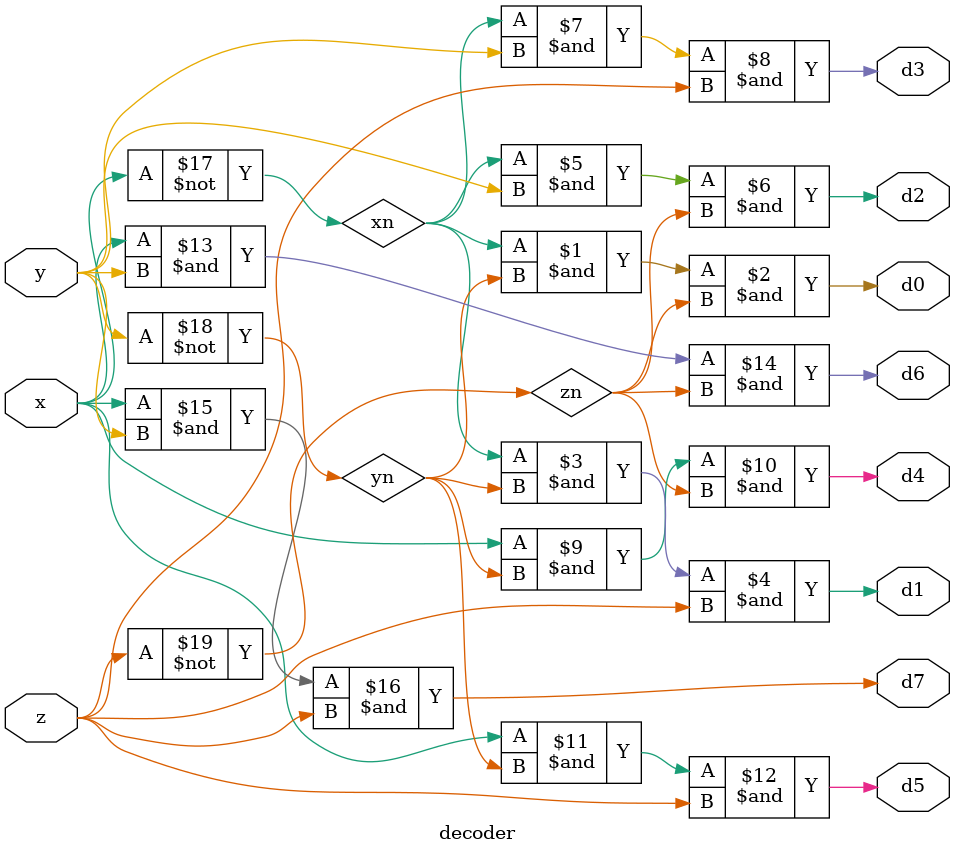
<source format=v>
module decoder(x,y,z,d0,d1,d2,d3,d4,d5,d6,d7);
	input x,y,z;
	output d0,d1,d2,d3,d4,d5,d6,d7;
	wire xn,yn,zn;
	not(xn,x);
	not(yn,y);
	not(zn,z);
	and(d0,xn,yn,zn);
	and(d1,xn,yn,z);
	and(d2,xn,y,zn);
	and(d3,xn,y,z);
	and(d4,x,yn,zn);
	and(d5,x,yn,z);
	and(d6,x,y,zn);
	and(d7,x,y,z);
endmodule
</source>
